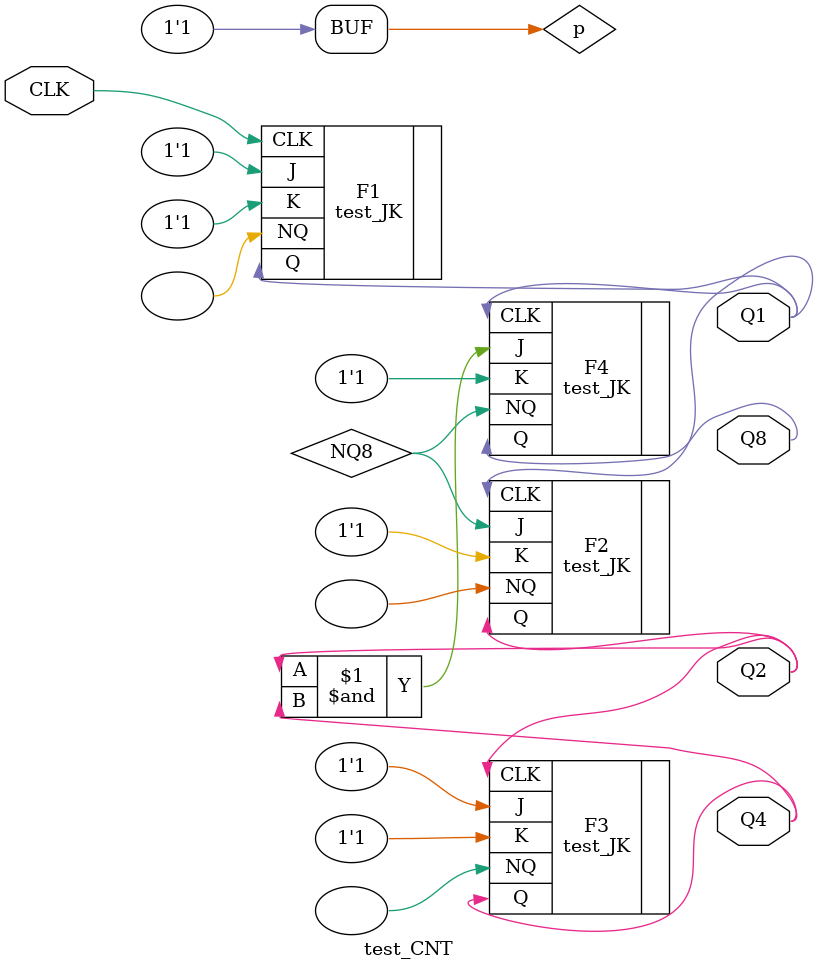
<source format=v>
module test_CNT(
	input CLK,
	output Q1, Q2, Q4, Q8
);

	 
    supply1 p;
	 wire NQ8;
	 
	 



			test_JK F1(.J(p), .K(p), .CLK(CLK), .Q(Q1), .NQ());
		   test_JK F2(.J(NQ8), .K(p), .CLK(Q1), .Q(Q2), .NQ());
		   test_JK F3(.J(p), .K(p), .CLK(Q2), .Q(Q4), .NQ());
		   test_JK F4(.J(Q2&Q4), .K(p), .CLK(Q1), .Q(Q8), .NQ(NQ8));


endmodule

</source>
